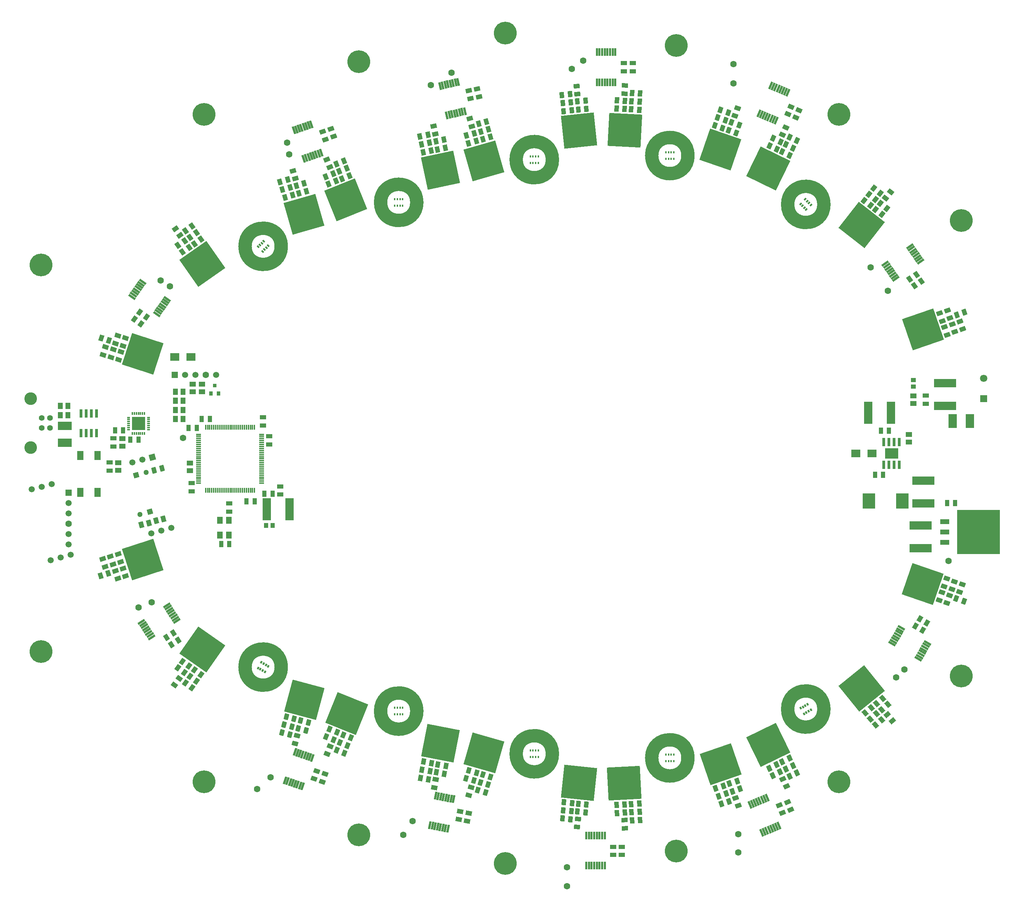
<source format=gts>
G04*
G04 #@! TF.GenerationSoftware,Altium Limited,Altium Designer,22.7.1 (60)*
G04*
G04 Layer_Color=8388736*
%FSLAX43Y43*%
%MOMM*%
G71*
G04*
G04 #@! TF.SameCoordinates,26706279-76B3-4EFB-AC1E-C542CE9A8173*
G04*
G04*
G04 #@! TF.FilePolarity,Negative*
G04*
G01*
G75*
%ADD16C,3.300*%
%ADD17R,0.800X0.450*%
%ADD18R,0.700X0.350*%
%ADD19R,0.350X0.700*%
%ADD20R,3.250X3.250*%
%ADD21R,2.300X1.900*%
%ADD22R,1.500X1.150*%
%ADD23R,1.500X1.100*%
%ADD24R,1.500X2.200*%
%ADD25R,0.900X1.000*%
%ADD26R,0.900X0.900*%
%ADD27R,1.100X1.500*%
%ADD28R,1.350X1.700*%
%ADD29R,2.100X5.500*%
%ADD30R,1.100X1.200*%
G04:AMPARAMS|DCode=31|XSize=1.5mm|YSize=1.15mm|CornerRadius=0mm|HoleSize=0mm|Usage=FLASHONLY|Rotation=285.000|XOffset=0mm|YOffset=0mm|HoleType=Round|Shape=Rectangle|*
%AMROTATEDRECTD31*
4,1,4,-0.750,0.576,0.361,0.873,0.750,-0.576,-0.361,-0.873,-0.750,0.576,0.0*
%
%ADD31ROTATEDRECTD31*%

G04:AMPARAMS|DCode=32|XSize=1.1mm|YSize=1.5mm|CornerRadius=0mm|HoleSize=0mm|Usage=FLASHONLY|Rotation=195.000|XOffset=0mm|YOffset=0mm|HoleType=Round|Shape=Rectangle|*
%AMROTATEDRECTD32*
4,1,4,0.337,0.867,0.725,-0.582,-0.337,-0.867,-0.725,0.582,0.337,0.867,0.0*
%
%ADD32ROTATEDRECTD32*%

%ADD33R,1.150X1.500*%
%ADD34R,0.700X2.000*%
%ADD35R,3.500X2.050*%
%ADD36R,1.300X0.400*%
%ADD37R,0.400X1.300*%
G04:AMPARAMS|DCode=38|XSize=1.1mm|YSize=1.5mm|CornerRadius=0mm|HoleSize=0mm|Usage=FLASHONLY|Rotation=215.000|XOffset=0mm|YOffset=0mm|HoleType=Round|Shape=Rectangle|*
%AMROTATEDRECTD38*
4,1,4,0.020,0.930,0.881,-0.299,-0.020,-0.930,-0.881,0.299,0.020,0.930,0.0*
%
%ADD38ROTATEDRECTD38*%

G04:AMPARAMS|DCode=39|XSize=1.1mm|YSize=1.5mm|CornerRadius=0mm|HoleSize=0mm|Usage=FLASHONLY|Rotation=19.000|XOffset=0mm|YOffset=0mm|HoleType=Round|Shape=Rectangle|*
%AMROTATEDRECTD39*
4,1,4,-0.276,-0.888,-0.764,0.530,0.276,0.888,0.764,-0.530,-0.276,-0.888,0.0*
%
%ADD39ROTATEDRECTD39*%

G04:AMPARAMS|DCode=40|XSize=1.1mm|YSize=1.5mm|CornerRadius=0mm|HoleSize=0mm|Usage=FLASHONLY|Rotation=109.000|XOffset=0mm|YOffset=0mm|HoleType=Round|Shape=Rectangle|*
%AMROTATEDRECTD40*
4,1,4,0.888,-0.276,-0.530,-0.764,-0.888,0.276,0.530,0.764,0.888,-0.276,0.0*
%
%ADD40ROTATEDRECTD40*%

G04:AMPARAMS|DCode=41|XSize=1.1mm|YSize=1.5mm|CornerRadius=0mm|HoleSize=0mm|Usage=FLASHONLY|Rotation=290.000|XOffset=0mm|YOffset=0mm|HoleType=Round|Shape=Rectangle|*
%AMROTATEDRECTD41*
4,1,4,-0.893,0.260,0.517,0.773,0.893,-0.260,-0.517,-0.773,-0.893,0.260,0.0*
%
%ADD41ROTATEDRECTD41*%

G04:AMPARAMS|DCode=42|XSize=1.1mm|YSize=1.5mm|CornerRadius=0mm|HoleSize=0mm|Usage=FLASHONLY|Rotation=232.000|XOffset=0mm|YOffset=0mm|HoleType=Round|Shape=Rectangle|*
%AMROTATEDRECTD42*
4,1,4,-0.252,0.895,0.930,-0.028,0.252,-0.895,-0.930,0.028,-0.252,0.895,0.0*
%
%ADD42ROTATEDRECTD42*%

G04:AMPARAMS|DCode=43|XSize=1.1mm|YSize=1.5mm|CornerRadius=0mm|HoleSize=0mm|Usage=FLASHONLY|Rotation=322.000|XOffset=0mm|YOffset=0mm|HoleType=Round|Shape=Rectangle|*
%AMROTATEDRECTD43*
4,1,4,-0.895,-0.252,0.028,0.930,0.895,0.252,-0.028,-0.930,-0.895,-0.252,0.0*
%
%ADD43ROTATEDRECTD43*%

G04:AMPARAMS|DCode=44|XSize=1.1mm|YSize=1.5mm|CornerRadius=0mm|HoleSize=0mm|Usage=FLASHONLY|Rotation=330.000|XOffset=0mm|YOffset=0mm|HoleType=Round|Shape=Rectangle|*
%AMROTATEDRECTD44*
4,1,4,-0.851,-0.375,-0.101,0.925,0.851,0.375,0.101,-0.925,-0.851,-0.375,0.0*
%
%ADD44ROTATEDRECTD44*%

G04:AMPARAMS|DCode=45|XSize=1.1mm|YSize=1.5mm|CornerRadius=0mm|HoleSize=0mm|Usage=FLASHONLY|Rotation=160.000|XOffset=0mm|YOffset=0mm|HoleType=Round|Shape=Rectangle|*
%AMROTATEDRECTD45*
4,1,4,0.773,0.517,0.260,-0.893,-0.773,-0.517,-0.260,0.893,0.773,0.517,0.0*
%
%ADD45ROTATEDRECTD45*%

G04:AMPARAMS|DCode=46|XSize=1.1mm|YSize=1.5mm|CornerRadius=0mm|HoleSize=0mm|Usage=FLASHONLY|Rotation=71.000|XOffset=0mm|YOffset=0mm|HoleType=Round|Shape=Rectangle|*
%AMROTATEDRECTD46*
4,1,4,0.530,-0.764,-0.888,-0.276,-0.530,0.764,0.888,0.276,0.530,-0.764,0.0*
%
%ADD46ROTATEDRECTD46*%

G04:AMPARAMS|DCode=47|XSize=1.1mm|YSize=1.5mm|CornerRadius=0mm|HoleSize=0mm|Usage=FLASHONLY|Rotation=310.000|XOffset=0mm|YOffset=0mm|HoleType=Round|Shape=Rectangle|*
%AMROTATEDRECTD47*
4,1,4,-0.928,-0.061,0.221,0.903,0.928,0.061,-0.221,-0.903,-0.928,-0.061,0.0*
%
%ADD47ROTATEDRECTD47*%

G04:AMPARAMS|DCode=48|XSize=1.1mm|YSize=1.5mm|CornerRadius=0mm|HoleSize=0mm|Usage=FLASHONLY|Rotation=40.000|XOffset=0mm|YOffset=0mm|HoleType=Round|Shape=Rectangle|*
%AMROTATEDRECTD48*
4,1,4,0.061,-0.928,-0.903,0.221,-0.061,0.928,0.903,-0.221,0.061,-0.928,0.0*
%
%ADD48ROTATEDRECTD48*%

G04:AMPARAMS|DCode=49|XSize=1.1mm|YSize=1.5mm|CornerRadius=0mm|HoleSize=0mm|Usage=FLASHONLY|Rotation=112.000|XOffset=0mm|YOffset=0mm|HoleType=Round|Shape=Rectangle|*
%AMROTATEDRECTD49*
4,1,4,0.901,-0.229,-0.489,-0.791,-0.901,0.229,0.489,0.791,0.901,-0.229,0.0*
%
%ADD49ROTATEDRECTD49*%

G04:AMPARAMS|DCode=50|XSize=1.1mm|YSize=1.5mm|CornerRadius=0mm|HoleSize=0mm|Usage=FLASHONLY|Rotation=113.000|XOffset=0mm|YOffset=0mm|HoleType=Round|Shape=Rectangle|*
%AMROTATEDRECTD50*
4,1,4,0.905,-0.213,-0.475,-0.799,-0.905,0.213,0.475,0.799,0.905,-0.213,0.0*
%
%ADD50ROTATEDRECTD50*%

G04:AMPARAMS|DCode=51|XSize=1.1mm|YSize=1.5mm|CornerRadius=0mm|HoleSize=0mm|Usage=FLASHONLY|Rotation=116.000|XOffset=0mm|YOffset=0mm|HoleType=Round|Shape=Rectangle|*
%AMROTATEDRECTD51*
4,1,4,0.915,-0.166,-0.433,-0.823,-0.915,0.166,0.433,0.823,0.915,-0.166,0.0*
%
%ADD51ROTATEDRECTD51*%

G04:AMPARAMS|DCode=52|XSize=1.1mm|YSize=1.5mm|CornerRadius=0mm|HoleSize=0mm|Usage=FLASHONLY|Rotation=26.000|XOffset=0mm|YOffset=0mm|HoleType=Round|Shape=Rectangle|*
%AMROTATEDRECTD52*
4,1,4,-0.166,-0.915,-0.823,0.433,0.166,0.915,0.823,-0.433,-0.166,-0.915,0.0*
%
%ADD52ROTATEDRECTD52*%

G04:AMPARAMS|DCode=53|XSize=1.1mm|YSize=1.5mm|CornerRadius=0mm|HoleSize=0mm|Usage=FLASHONLY|Rotation=93.000|XOffset=0mm|YOffset=0mm|HoleType=Round|Shape=Rectangle|*
%AMROTATEDRECTD53*
4,1,4,0.778,-0.510,-0.720,-0.589,-0.778,0.510,0.720,0.589,0.778,-0.510,0.0*
%
%ADD53ROTATEDRECTD53*%

G04:AMPARAMS|DCode=54|XSize=1.1mm|YSize=1.5mm|CornerRadius=0mm|HoleSize=0mm|Usage=FLASHONLY|Rotation=3.000|XOffset=0mm|YOffset=0mm|HoleType=Round|Shape=Rectangle|*
%AMROTATEDRECTD54*
4,1,4,-0.510,-0.778,-0.589,0.720,0.510,0.778,0.589,-0.720,-0.510,-0.778,0.0*
%
%ADD54ROTATEDRECTD54*%

G04:AMPARAMS|DCode=55|XSize=1.1mm|YSize=1.5mm|CornerRadius=0mm|HoleSize=0mm|Usage=FLASHONLY|Rotation=264.000|XOffset=0mm|YOffset=0mm|HoleType=Round|Shape=Rectangle|*
%AMROTATEDRECTD55*
4,1,4,-0.688,0.625,0.803,0.469,0.688,-0.625,-0.803,-0.469,-0.688,0.625,0.0*
%
%ADD55ROTATEDRECTD55*%

G04:AMPARAMS|DCode=56|XSize=1.1mm|YSize=1.5mm|CornerRadius=0mm|HoleSize=0mm|Usage=FLASHONLY|Rotation=354.000|XOffset=0mm|YOffset=0mm|HoleType=Round|Shape=Rectangle|*
%AMROTATEDRECTD56*
4,1,4,-0.625,-0.688,-0.469,0.803,0.625,0.688,0.469,-0.803,-0.625,-0.688,0.0*
%
%ADD56ROTATEDRECTD56*%

G04:AMPARAMS|DCode=57|XSize=1.1mm|YSize=1.5mm|CornerRadius=0mm|HoleSize=0mm|Usage=FLASHONLY|Rotation=213.000|XOffset=0mm|YOffset=0mm|HoleType=Round|Shape=Rectangle|*
%AMROTATEDRECTD57*
4,1,4,0.053,0.929,0.870,-0.329,-0.053,-0.929,-0.870,0.329,0.053,0.929,0.0*
%
%ADD57ROTATEDRECTD57*%

G04:AMPARAMS|DCode=58|XSize=1.1mm|YSize=1.5mm|CornerRadius=0mm|HoleSize=0mm|Usage=FLASHONLY|Rotation=145.000|XOffset=0mm|YOffset=0mm|HoleType=Round|Shape=Rectangle|*
%AMROTATEDRECTD58*
4,1,4,0.881,0.299,0.020,-0.930,-0.881,-0.299,-0.020,0.930,0.881,0.299,0.0*
%
%ADD58ROTATEDRECTD58*%

G04:AMPARAMS|DCode=59|XSize=1.1mm|YSize=1.5mm|CornerRadius=0mm|HoleSize=0mm|Usage=FLASHONLY|Rotation=54.000|XOffset=0mm|YOffset=0mm|HoleType=Round|Shape=Rectangle|*
%AMROTATEDRECTD59*
4,1,4,0.283,-0.886,-0.930,-0.004,-0.283,0.886,0.930,0.004,0.283,-0.886,0.0*
%
%ADD59ROTATEDRECTD59*%

G04:AMPARAMS|DCode=60|XSize=1.1mm|YSize=1.5mm|CornerRadius=0mm|HoleSize=0mm|Usage=FLASHONLY|Rotation=197.000|XOffset=0mm|YOffset=0mm|HoleType=Round|Shape=Rectangle|*
%AMROTATEDRECTD60*
4,1,4,0.307,0.878,0.745,-0.556,-0.307,-0.878,-0.745,0.556,0.307,0.878,0.0*
%
%ADD60ROTATEDRECTD60*%

G04:AMPARAMS|DCode=61|XSize=1.1mm|YSize=1.5mm|CornerRadius=0mm|HoleSize=0mm|Usage=FLASHONLY|Rotation=108.000|XOffset=0mm|YOffset=0mm|HoleType=Round|Shape=Rectangle|*
%AMROTATEDRECTD61*
4,1,4,0.883,-0.291,-0.543,-0.755,-0.883,0.291,0.543,0.755,0.883,-0.291,0.0*
%
%ADD61ROTATEDRECTD61*%

%ADD62R,2.260X1.170*%
%ADD63R,10.510X10.900*%
%ADD64R,5.500X2.100*%
%ADD65R,3.100X3.700*%
%ADD66R,3.200X2.510*%
%ADD67R,0.710X2.010*%
%ADD68R,1.200X1.100*%
%ADD69R,2.050X3.500*%
%ADD70P,11.455X4X333.0*%
%ADD71P,11.455X4X370.0*%
%ADD72P,11.455X4X390.0*%
%ADD73P,11.455X4X293.0*%
G04:AMPARAMS|DCode=74|XSize=0.45mm|YSize=0.6mm|CornerRadius=0mm|HoleSize=0mm|Usage=FLASHONLY|Rotation=150.000|XOffset=0mm|YOffset=0mm|HoleType=Round|Shape=Rectangle|*
%AMROTATEDRECTD74*
4,1,4,0.345,0.147,0.045,-0.372,-0.345,-0.147,-0.045,0.372,0.345,0.147,0.0*
%
%ADD74ROTATEDRECTD74*%

%ADD75R,0.450X0.600*%
G04:AMPARAMS|DCode=76|XSize=0.45mm|YSize=0.6mm|CornerRadius=0mm|HoleSize=0mm|Usage=FLASHONLY|Rotation=210.000|XOffset=0mm|YOffset=0mm|HoleType=Round|Shape=Rectangle|*
%AMROTATEDRECTD76*
4,1,4,0.045,0.372,0.345,-0.147,-0.045,-0.372,-0.345,0.147,0.045,0.372,0.0*
%
%ADD76ROTATEDRECTD76*%

%ADD77P,11.455X4X394.0*%
%ADD78P,11.455X4X299.0*%
%ADD79P,11.455X4X219.0*%
%ADD80P,11.455X4X318.0*%
%ADD81P,11.455X4X244.0*%
%ADD82P,11.455X4X251.0*%
%ADD83P,11.455X4X354.0*%
%ADD84P,11.455X4X296.0*%
%ADD85P,11.455X4X277.0*%
G04:AMPARAMS|DCode=86|XSize=0.45mm|YSize=0.6mm|CornerRadius=0mm|HoleSize=0mm|Usage=FLASHONLY|Rotation=315.000|XOffset=0mm|YOffset=0mm|HoleType=Round|Shape=Rectangle|*
%AMROTATEDRECTD86*
4,1,4,-0.371,-0.053,0.053,0.371,0.371,0.053,-0.053,-0.371,-0.371,-0.053,0.0*
%
%ADD86ROTATEDRECTD86*%

%ADD87P,11.455X4X289.0*%
%ADD88P,11.455X4X222.0*%
%ADD89P,11.455X4X231.0*%
%ADD90P,11.455X4X241.0*%
%ADD91P,11.455X4X237.0*%
%ADD92P,11.455X4X247.0*%
G04:AMPARAMS|DCode=93|XSize=0.45mm|YSize=0.6mm|CornerRadius=0mm|HoleSize=0mm|Usage=FLASHONLY|Rotation=45.000|XOffset=0mm|YOffset=0mm|HoleType=Round|Shape=Rectangle|*
%AMROTATEDRECTD93*
4,1,4,0.053,-0.371,-0.371,0.053,-0.053,0.371,0.371,-0.053,0.053,-0.371,0.0*
%
%ADD93ROTATEDRECTD93*%

%ADD94P,11.455X4X260.0*%
%ADD95P,11.455X4X297.0*%
G04:AMPARAMS|DCode=96|XSize=1.1mm|YSize=1.5mm|CornerRadius=0mm|HoleSize=0mm|Usage=FLASHONLY|Rotation=165.000|XOffset=0mm|YOffset=0mm|HoleType=Round|Shape=Rectangle|*
%AMROTATEDRECTD96*
4,1,4,0.725,0.582,0.337,-0.867,-0.725,-0.582,-0.337,0.867,0.725,0.582,0.0*
%
%ADD96ROTATEDRECTD96*%

G04:AMPARAMS|DCode=97|XSize=1.1mm|YSize=1.5mm|CornerRadius=0mm|HoleSize=0mm|Usage=FLASHONLY|Rotation=255.000|XOffset=0mm|YOffset=0mm|HoleType=Round|Shape=Rectangle|*
%AMROTATEDRECTD97*
4,1,4,-0.582,0.725,0.867,0.337,0.582,-0.725,-0.867,-0.337,-0.582,0.725,0.0*
%
%ADD97ROTATEDRECTD97*%

G04:AMPARAMS|DCode=98|XSize=1.1mm|YSize=1.5mm|CornerRadius=0mm|HoleSize=0mm|Usage=FLASHONLY|Rotation=158.000|XOffset=0mm|YOffset=0mm|HoleType=Round|Shape=Rectangle|*
%AMROTATEDRECTD98*
4,1,4,0.791,0.489,0.229,-0.901,-0.791,-0.489,-0.229,0.901,0.791,0.489,0.0*
%
%ADD98ROTATEDRECTD98*%

G04:AMPARAMS|DCode=99|XSize=1.1mm|YSize=1.5mm|CornerRadius=0mm|HoleSize=0mm|Usage=FLASHONLY|Rotation=68.000|XOffset=0mm|YOffset=0mm|HoleType=Round|Shape=Rectangle|*
%AMROTATEDRECTD99*
4,1,4,0.489,-0.791,-0.901,-0.229,-0.489,0.791,0.901,0.229,0.489,-0.791,0.0*
%
%ADD99ROTATEDRECTD99*%

G04:AMPARAMS|DCode=100|XSize=1.1mm|YSize=1.5mm|CornerRadius=0mm|HoleSize=0mm|Usage=FLASHONLY|Rotation=169.000|XOffset=0mm|YOffset=0mm|HoleType=Round|Shape=Rectangle|*
%AMROTATEDRECTD100*
4,1,4,0.683,0.631,0.397,-0.841,-0.683,-0.631,-0.397,0.841,0.683,0.631,0.0*
%
%ADD100ROTATEDRECTD100*%

G04:AMPARAMS|DCode=101|XSize=1.1mm|YSize=1.5mm|CornerRadius=0mm|HoleSize=0mm|Usage=FLASHONLY|Rotation=259.000|XOffset=0mm|YOffset=0mm|HoleType=Round|Shape=Rectangle|*
%AMROTATEDRECTD101*
4,1,4,-0.631,0.683,0.841,0.397,0.631,-0.683,-0.841,-0.397,-0.631,0.683,0.0*
%
%ADD101ROTATEDRECTD101*%

G04:AMPARAMS|DCode=102|XSize=1.1mm|YSize=1.5mm|CornerRadius=0mm|HoleSize=0mm|Usage=FLASHONLY|Rotation=163.000|XOffset=0mm|YOffset=0mm|HoleType=Round|Shape=Rectangle|*
%AMROTATEDRECTD102*
4,1,4,0.745,0.556,0.307,-0.878,-0.745,-0.556,-0.307,0.878,0.745,0.556,0.0*
%
%ADD102ROTATEDRECTD102*%

G04:AMPARAMS|DCode=103|XSize=1.1mm|YSize=1.5mm|CornerRadius=0mm|HoleSize=0mm|Usage=FLASHONLY|Rotation=344.000|XOffset=0mm|YOffset=0mm|HoleType=Round|Shape=Rectangle|*
%AMROTATEDRECTD103*
4,1,4,-0.735,-0.569,-0.322,0.873,0.735,0.569,0.322,-0.873,-0.735,-0.569,0.0*
%
%ADD103ROTATEDRECTD103*%

G04:AMPARAMS|DCode=104|XSize=1.1mm|YSize=1.5mm|CornerRadius=0mm|HoleSize=0mm|Usage=FLASHONLY|Rotation=74.000|XOffset=0mm|YOffset=0mm|HoleType=Round|Shape=Rectangle|*
%AMROTATEDRECTD104*
4,1,4,0.569,-0.735,-0.873,-0.322,-0.569,0.735,0.873,0.322,0.569,-0.735,0.0*
%
%ADD104ROTATEDRECTD104*%

G04:AMPARAMS|DCode=105|XSize=1.1mm|YSize=1.5mm|CornerRadius=0mm|HoleSize=0mm|Usage=FLASHONLY|Rotation=334.000|XOffset=0mm|YOffset=0mm|HoleType=Round|Shape=Rectangle|*
%AMROTATEDRECTD105*
4,1,4,-0.823,-0.433,-0.166,0.915,0.823,0.433,0.166,-0.915,-0.823,-0.433,0.0*
%
%ADD105ROTATEDRECTD105*%

G04:AMPARAMS|DCode=106|XSize=1.1mm|YSize=1.5mm|CornerRadius=0mm|HoleSize=0mm|Usage=FLASHONLY|Rotation=64.000|XOffset=0mm|YOffset=0mm|HoleType=Round|Shape=Rectangle|*
%AMROTATEDRECTD106*
4,1,4,0.433,-0.823,-0.915,-0.166,-0.433,0.823,0.915,0.166,0.433,-0.823,0.0*
%
%ADD106ROTATEDRECTD106*%

G04:AMPARAMS|DCode=107|XSize=1.1mm|YSize=1.5mm|CornerRadius=0mm|HoleSize=0mm|Usage=FLASHONLY|Rotation=341.000|XOffset=0mm|YOffset=0mm|HoleType=Round|Shape=Rectangle|*
%AMROTATEDRECTD107*
4,1,4,-0.764,-0.530,-0.276,0.888,0.764,0.530,0.276,-0.888,-0.764,-0.530,0.0*
%
%ADD107ROTATEDRECTD107*%

G04:AMPARAMS|DCode=108|XSize=1.1mm|YSize=1.5mm|CornerRadius=0mm|HoleSize=0mm|Usage=FLASHONLY|Rotation=247.000|XOffset=0mm|YOffset=0mm|HoleType=Round|Shape=Rectangle|*
%AMROTATEDRECTD108*
4,1,4,-0.475,0.799,0.905,0.213,0.475,-0.799,-0.905,-0.213,-0.475,0.799,0.0*
%
%ADD108ROTATEDRECTD108*%

G04:AMPARAMS|DCode=109|XSize=1.1mm|YSize=1.5mm|CornerRadius=0mm|HoleSize=0mm|Usage=FLASHONLY|Rotation=6.000|XOffset=0mm|YOffset=0mm|HoleType=Round|Shape=Rectangle|*
%AMROTATEDRECTD109*
4,1,4,-0.469,-0.803,-0.625,0.688,0.469,0.803,0.625,-0.688,-0.469,-0.803,0.0*
%
%ADD109ROTATEDRECTD109*%

G04:AMPARAMS|DCode=110|XSize=1.1mm|YSize=1.5mm|CornerRadius=0mm|HoleSize=0mm|Usage=FLASHONLY|Rotation=276.000|XOffset=0mm|YOffset=0mm|HoleType=Round|Shape=Rectangle|*
%AMROTATEDRECTD110*
4,1,4,-0.803,0.469,0.688,0.625,0.803,-0.469,-0.688,-0.625,-0.803,0.469,0.0*
%
%ADD110ROTATEDRECTD110*%

G04:AMPARAMS|DCode=111|XSize=1.1mm|YSize=1.5mm|CornerRadius=0mm|HoleSize=0mm|Usage=FLASHONLY|Rotation=357.000|XOffset=0mm|YOffset=0mm|HoleType=Round|Shape=Rectangle|*
%AMROTATEDRECTD111*
4,1,4,-0.589,-0.720,-0.510,0.778,0.589,0.720,0.510,-0.778,-0.589,-0.720,0.0*
%
%ADD111ROTATEDRECTD111*%

G04:AMPARAMS|DCode=112|XSize=1.1mm|YSize=1.5mm|CornerRadius=0mm|HoleSize=0mm|Usage=FLASHONLY|Rotation=87.000|XOffset=0mm|YOffset=0mm|HoleType=Round|Shape=Rectangle|*
%AMROTATEDRECTD112*
4,1,4,0.720,-0.589,-0.778,-0.510,-0.720,0.589,0.778,0.510,0.720,-0.589,0.0*
%
%ADD112ROTATEDRECTD112*%

G04:AMPARAMS|DCode=113|XSize=1.1mm|YSize=1.5mm|CornerRadius=0mm|HoleSize=0mm|Usage=FLASHONLY|Rotation=16.000|XOffset=0mm|YOffset=0mm|HoleType=Round|Shape=Rectangle|*
%AMROTATEDRECTD113*
4,1,4,-0.322,-0.873,-0.735,0.569,0.322,0.873,0.735,-0.569,-0.322,-0.873,0.0*
%
%ADD113ROTATEDRECTD113*%

G04:AMPARAMS|DCode=114|XSize=1.1mm|YSize=1.5mm|CornerRadius=0mm|HoleSize=0mm|Usage=FLASHONLY|Rotation=106.000|XOffset=0mm|YOffset=0mm|HoleType=Round|Shape=Rectangle|*
%AMROTATEDRECTD114*
4,1,4,0.873,-0.322,-0.569,-0.735,-0.873,0.322,0.569,0.735,0.873,-0.322,0.0*
%
%ADD114ROTATEDRECTD114*%

G04:AMPARAMS|DCode=115|XSize=1.1mm|YSize=1.5mm|CornerRadius=0mm|HoleSize=0mm|Usage=FLASHONLY|Rotation=12.000|XOffset=0mm|YOffset=0mm|HoleType=Round|Shape=Rectangle|*
%AMROTATEDRECTD115*
4,1,4,-0.382,-0.848,-0.694,0.619,0.382,0.848,0.694,-0.619,-0.382,-0.848,0.0*
%
%ADD115ROTATEDRECTD115*%

G04:AMPARAMS|DCode=116|XSize=1.1mm|YSize=1.5mm|CornerRadius=0mm|HoleSize=0mm|Usage=FLASHONLY|Rotation=282.000|XOffset=0mm|YOffset=0mm|HoleType=Round|Shape=Rectangle|*
%AMROTATEDRECTD116*
4,1,4,-0.848,0.382,0.619,0.694,0.848,-0.382,-0.619,-0.694,-0.848,0.382,0.0*
%
%ADD116ROTATEDRECTD116*%

G04:AMPARAMS|DCode=117|XSize=1.1mm|YSize=1.5mm|CornerRadius=0mm|HoleSize=0mm|Usage=FLASHONLY|Rotation=283.000|XOffset=0mm|YOffset=0mm|HoleType=Round|Shape=Rectangle|*
%AMROTATEDRECTD117*
4,1,4,-0.855,0.367,0.607,0.705,0.855,-0.367,-0.607,-0.705,-0.855,0.367,0.0*
%
%ADD117ROTATEDRECTD117*%

G04:AMPARAMS|DCode=118|XSize=1.1mm|YSize=1.5mm|CornerRadius=0mm|HoleSize=0mm|Usage=FLASHONLY|Rotation=22.000|XOffset=0mm|YOffset=0mm|HoleType=Round|Shape=Rectangle|*
%AMROTATEDRECTD118*
4,1,4,-0.229,-0.901,-0.791,0.489,0.229,0.901,0.791,-0.489,-0.229,-0.901,0.0*
%
%ADD118ROTATEDRECTD118*%

G04:AMPARAMS|DCode=119|XSize=1.1mm|YSize=1.5mm|CornerRadius=0mm|HoleSize=0mm|Usage=FLASHONLY|Rotation=125.000|XOffset=0mm|YOffset=0mm|HoleType=Round|Shape=Rectangle|*
%AMROTATEDRECTD119*
4,1,4,0.930,-0.020,-0.299,-0.881,-0.930,0.020,0.299,0.881,0.930,-0.020,0.0*
%
%ADD119ROTATEDRECTD119*%

G04:AMPARAMS|DCode=120|XSize=1.1mm|YSize=1.5mm|CornerRadius=0mm|HoleSize=0mm|Usage=FLASHONLY|Rotation=72.000|XOffset=0mm|YOffset=0mm|HoleType=Round|Shape=Rectangle|*
%AMROTATEDRECTD120*
4,1,4,0.543,-0.755,-0.883,-0.291,-0.543,0.755,0.883,0.291,0.543,-0.755,0.0*
%
%ADD120ROTATEDRECTD120*%

G04:AMPARAMS|DCode=121|XSize=1.1mm|YSize=1.5mm|CornerRadius=0mm|HoleSize=0mm|Usage=FLASHONLY|Rotation=342.000|XOffset=0mm|YOffset=0mm|HoleType=Round|Shape=Rectangle|*
%AMROTATEDRECTD121*
4,1,4,-0.755,-0.543,-0.291,0.883,0.755,0.543,0.291,-0.883,-0.755,-0.543,0.0*
%
%ADD121ROTATEDRECTD121*%

G04:AMPARAMS|DCode=122|XSize=1.1mm|YSize=1.5mm|CornerRadius=0mm|HoleSize=0mm|Usage=FLASHONLY|Rotation=144.000|XOffset=0mm|YOffset=0mm|HoleType=Round|Shape=Rectangle|*
%AMROTATEDRECTD122*
4,1,4,0.886,0.283,0.004,-0.930,-0.886,-0.283,-0.004,0.930,0.886,0.283,0.0*
%
%ADD122ROTATEDRECTD122*%

G04:AMPARAMS|DCode=123|XSize=1.9mm|YSize=0.55mm|CornerRadius=0mm|HoleSize=0mm|Usage=FLASHONLY|Rotation=33.000|XOffset=0mm|YOffset=0mm|HoleType=Round|Shape=Rectangle|*
%AMROTATEDRECTD123*
4,1,4,-0.647,-0.748,-0.947,-0.287,0.647,0.748,0.947,0.287,-0.647,-0.748,0.0*
%
%ADD123ROTATEDRECTD123*%

%ADD124R,0.550X1.900*%
G04:AMPARAMS|DCode=125|XSize=1.9mm|YSize=0.55mm|CornerRadius=0mm|HoleSize=0mm|Usage=FLASHONLY|Rotation=251.000|XOffset=0mm|YOffset=0mm|HoleType=Round|Shape=Rectangle|*
%AMROTATEDRECTD125*
4,1,4,0.049,0.988,0.569,0.809,-0.049,-0.988,-0.569,-0.809,0.049,0.988,0.0*
%
%ADD125ROTATEDRECTD125*%

G04:AMPARAMS|DCode=126|XSize=1.9mm|YSize=0.55mm|CornerRadius=0mm|HoleSize=0mm|Usage=FLASHONLY|Rotation=293.000|XOffset=0mm|YOffset=0mm|HoleType=Round|Shape=Rectangle|*
%AMROTATEDRECTD126*
4,1,4,-0.624,0.767,-0.118,0.982,0.624,-0.767,0.118,-0.982,-0.624,0.767,0.0*
%
%ADD126ROTATEDRECTD126*%

G04:AMPARAMS|DCode=127|XSize=1.9mm|YSize=0.55mm|CornerRadius=0mm|HoleSize=0mm|Usage=FLASHONLY|Rotation=150.000|XOffset=0mm|YOffset=0mm|HoleType=Round|Shape=Rectangle|*
%AMROTATEDRECTD127*
4,1,4,0.960,-0.237,0.685,-0.713,-0.960,0.237,-0.685,0.713,0.960,-0.237,0.0*
%
%ADD127ROTATEDRECTD127*%

G04:AMPARAMS|DCode=128|XSize=1.9mm|YSize=0.55mm|CornerRadius=0mm|HoleSize=0mm|Usage=FLASHONLY|Rotation=215.000|XOffset=0mm|YOffset=0mm|HoleType=Round|Shape=Rectangle|*
%AMROTATEDRECTD128*
4,1,4,0.620,0.770,0.936,0.320,-0.620,-0.770,-0.936,-0.320,0.620,0.770,0.0*
%
%ADD128ROTATEDRECTD128*%

G04:AMPARAMS|DCode=129|XSize=1.9mm|YSize=0.55mm|CornerRadius=0mm|HoleSize=0mm|Usage=FLASHONLY|Rotation=103.000|XOffset=0mm|YOffset=0mm|HoleType=Round|Shape=Rectangle|*
%AMROTATEDRECTD129*
4,1,4,0.482,-0.864,-0.054,-0.988,-0.482,0.864,0.054,0.988,0.482,-0.864,0.0*
%
%ADD129ROTATEDRECTD129*%

G04:AMPARAMS|DCode=130|XSize=1.9mm|YSize=0.55mm|CornerRadius=0mm|HoleSize=0mm|Usage=FLASHONLY|Rotation=67.000|XOffset=0mm|YOffset=0mm|HoleType=Round|Shape=Rectangle|*
%AMROTATEDRECTD130*
4,1,4,-0.118,-0.982,-0.624,-0.767,0.118,0.982,0.624,0.767,-0.118,-0.982,0.0*
%
%ADD130ROTATEDRECTD130*%

G04:AMPARAMS|DCode=131|XSize=1.9mm|YSize=0.55mm|CornerRadius=0mm|HoleSize=0mm|Usage=FLASHONLY|Rotation=109.000|XOffset=0mm|YOffset=0mm|HoleType=Round|Shape=Rectangle|*
%AMROTATEDRECTD131*
4,1,4,0.569,-0.809,0.049,-0.988,-0.569,0.809,-0.049,0.988,0.569,-0.809,0.0*
%
%ADD131ROTATEDRECTD131*%

G04:AMPARAMS|DCode=132|XSize=1.9mm|YSize=0.55mm|CornerRadius=0mm|HoleSize=0mm|Usage=FLASHONLY|Rotation=325.000|XOffset=0mm|YOffset=0mm|HoleType=Round|Shape=Rectangle|*
%AMROTATEDRECTD132*
4,1,4,-0.936,0.320,-0.620,0.770,0.936,-0.320,0.620,-0.770,-0.936,0.320,0.0*
%
%ADD132ROTATEDRECTD132*%

G04:AMPARAMS|DCode=133|XSize=1.9mm|YSize=0.55mm|CornerRadius=0mm|HoleSize=0mm|Usage=FLASHONLY|Rotation=259.000|XOffset=0mm|YOffset=0mm|HoleType=Round|Shape=Rectangle|*
%AMROTATEDRECTD133*
4,1,4,-0.089,0.985,0.451,0.880,0.089,-0.985,-0.451,-0.880,-0.089,0.985,0.0*
%
%ADD133ROTATEDRECTD133*%

%ADD134C,1.500*%
%ADD135R,1.500X1.500*%
%ADD136C,1.603*%
%ADD137R,1.500X1.500*%
%ADD138C,1.300*%
%ADD139P,1.838X4X240.0*%
%ADD140C,1.600*%
%ADD141C,3.100*%
%ADD142C,1.400*%
%ADD143P,2.121X4X240.0*%
%ADD144C,5.600*%
%ADD145R,1.800X1.800*%
%ADD146C,1.800*%
D16*
X361450Y486300D02*
G03*
X361450Y486300I-4450J0D01*
G01*
X394750Y475500D02*
G03*
X394750Y475500I-4450J0D01*
G01*
X428050Y465000D02*
G03*
X428050Y465000I-4450J0D01*
G01*
X461354Y464000D02*
G03*
X461354Y464000I-4450J0D01*
G01*
X494750Y476000D02*
G03*
X494750Y476000I-4450J0D01*
G01*
Y600000D02*
G03*
X494750Y600000I-4450J0D01*
G01*
X461354Y612000D02*
G03*
X461354Y612000I-4450J0D01*
G01*
X428050Y611000D02*
G03*
X428050Y611000I-4450J0D01*
G01*
X394750Y600500D02*
G03*
X394750Y600500I-4450J0D01*
G01*
X361450Y589700D02*
G03*
X361450Y589700I-4450J0D01*
G01*
D17*
X323908Y547651D02*
D03*
D18*
Y547151D02*
D03*
Y546651D02*
D03*
Y546151D02*
D03*
Y545651D02*
D03*
Y545151D02*
D03*
Y544651D02*
D03*
X328809D02*
D03*
Y545151D02*
D03*
Y545651D02*
D03*
Y546151D02*
D03*
Y546651D02*
D03*
Y547151D02*
D03*
Y547651D02*
D03*
D19*
X324858Y543701D02*
D03*
X325358D02*
D03*
X325858D02*
D03*
X326358D02*
D03*
X326858D02*
D03*
X327358D02*
D03*
X327858D02*
D03*
Y548600D02*
D03*
X327358D02*
D03*
X326858D02*
D03*
X326358D02*
D03*
X325858D02*
D03*
X325358D02*
D03*
X324858D02*
D03*
D20*
X326358Y546151D02*
D03*
D21*
X339300Y562500D02*
D03*
X335300D02*
D03*
X502600Y538800D02*
D03*
X506600D02*
D03*
D22*
X321400Y536525D02*
D03*
Y534675D02*
D03*
X342000Y553975D02*
D03*
Y555825D02*
D03*
X339700Y553975D02*
D03*
Y555825D02*
D03*
X339000Y534575D02*
D03*
Y536425D02*
D03*
X322400Y542425D02*
D03*
X322400Y540575D02*
D03*
X515650Y543425D02*
D03*
Y541575D02*
D03*
X516750Y551075D02*
D03*
Y552925D02*
D03*
D23*
X319300Y534600D02*
D03*
Y536600D02*
D03*
X348700Y526500D02*
D03*
Y524500D02*
D03*
X358500Y541000D02*
D03*
Y543000D02*
D03*
X339400Y529500D02*
D03*
Y531500D02*
D03*
X357000Y547700D02*
D03*
Y545700D02*
D03*
X361200Y528700D02*
D03*
Y530700D02*
D03*
X320200Y540500D02*
D03*
X320200Y542500D02*
D03*
X442971Y440150D02*
D03*
Y442150D02*
D03*
X445071Y440150D02*
D03*
Y442150D02*
D03*
X519750Y553000D02*
D03*
Y551000D02*
D03*
X445575Y634704D02*
D03*
Y632704D02*
D03*
X447775Y634704D02*
D03*
Y632704D02*
D03*
D24*
X312050Y529200D02*
D03*
X312050Y538300D02*
D03*
X316350Y529200D02*
D03*
X316350Y538300D02*
D03*
D25*
X344150Y553500D02*
D03*
X346050Y553500D02*
D03*
D26*
X345100Y555500D02*
D03*
D27*
X341900Y547300D02*
D03*
X343900D02*
D03*
X348700Y516500D02*
D03*
X346700D02*
D03*
X359300Y528900D02*
D03*
X357300D02*
D03*
X338700Y545100D02*
D03*
X340700D02*
D03*
X354900Y527000D02*
D03*
X352900D02*
D03*
X320600Y544500D02*
D03*
X322600Y544500D02*
D03*
X324400Y542200D02*
D03*
X326400D02*
D03*
X527000Y526600D02*
D03*
X525000D02*
D03*
X507300Y533600D02*
D03*
X509300D02*
D03*
X508750Y544400D02*
D03*
X510750D02*
D03*
D28*
X348600Y518700D02*
D03*
X346400D02*
D03*
X346400Y522400D02*
D03*
X348600D02*
D03*
D29*
X357900Y525100D02*
D03*
X363500Y525100D02*
D03*
X511250Y548800D02*
D03*
X505650D02*
D03*
D30*
X357700Y521100D02*
D03*
X359300D02*
D03*
D31*
X332493Y522739D02*
D03*
X330707Y522261D02*
D03*
X327107Y521261D02*
D03*
X328893Y521739D02*
D03*
D32*
X332166Y535159D02*
D03*
X330234Y534641D02*
D03*
D33*
X307175Y550500D02*
D03*
X309025Y550500D02*
D03*
X307175Y548200D02*
D03*
X309025Y548200D02*
D03*
X335474Y553994D02*
D03*
X337324D02*
D03*
X335474Y547244D02*
D03*
X337324D02*
D03*
X337324Y551744D02*
D03*
X335474D02*
D03*
X337324Y549494D02*
D03*
X335474Y549494D02*
D03*
D34*
X312295Y543800D02*
D03*
X313565Y543800D02*
D03*
X314835D02*
D03*
X316105Y543800D02*
D03*
X312295Y548600D02*
D03*
X313565Y548600D02*
D03*
X314835D02*
D03*
X316105Y548600D02*
D03*
D35*
X308300Y545600D02*
D03*
X308300Y541400D02*
D03*
D36*
X341125Y543500D02*
D03*
Y543000D02*
D03*
Y542500D02*
D03*
Y542000D02*
D03*
Y541500D02*
D03*
Y541000D02*
D03*
Y540500D02*
D03*
Y540000D02*
D03*
Y539500D02*
D03*
Y539000D02*
D03*
Y538500D02*
D03*
Y538000D02*
D03*
Y537500D02*
D03*
Y537000D02*
D03*
Y536500D02*
D03*
Y536000D02*
D03*
Y535500D02*
D03*
Y535000D02*
D03*
Y534500D02*
D03*
Y534000D02*
D03*
Y533500D02*
D03*
Y533000D02*
D03*
Y532500D02*
D03*
Y532000D02*
D03*
Y531500D02*
D03*
X356625D02*
D03*
Y532000D02*
D03*
Y532500D02*
D03*
Y533000D02*
D03*
Y533500D02*
D03*
Y534000D02*
D03*
Y534500D02*
D03*
Y535000D02*
D03*
Y535500D02*
D03*
Y536000D02*
D03*
Y536500D02*
D03*
Y537000D02*
D03*
Y537500D02*
D03*
Y538000D02*
D03*
Y538500D02*
D03*
Y539000D02*
D03*
Y539500D02*
D03*
Y540000D02*
D03*
Y540500D02*
D03*
Y541000D02*
D03*
Y541500D02*
D03*
Y542000D02*
D03*
Y542500D02*
D03*
Y543000D02*
D03*
Y543500D02*
D03*
D37*
X342875Y529750D02*
D03*
X343375D02*
D03*
X343875D02*
D03*
X344375D02*
D03*
X344875D02*
D03*
X345375D02*
D03*
X345875D02*
D03*
X346375D02*
D03*
X346875D02*
D03*
X347375D02*
D03*
X347875D02*
D03*
X348375D02*
D03*
X348875D02*
D03*
X349375D02*
D03*
X349875D02*
D03*
X350375D02*
D03*
X350875D02*
D03*
X351375D02*
D03*
X351875D02*
D03*
X352375D02*
D03*
X352875D02*
D03*
X353375D02*
D03*
X353875D02*
D03*
X354375D02*
D03*
X354875D02*
D03*
Y545250D02*
D03*
X354375D02*
D03*
X353875D02*
D03*
X353375D02*
D03*
X352875D02*
D03*
X352375D02*
D03*
X351875D02*
D03*
X351375D02*
D03*
X350875D02*
D03*
X350375D02*
D03*
X349875D02*
D03*
X349375D02*
D03*
X348875D02*
D03*
X348375D02*
D03*
X347875D02*
D03*
X347375D02*
D03*
X346875D02*
D03*
X346375D02*
D03*
X345875D02*
D03*
X345375D02*
D03*
X344875D02*
D03*
X344375D02*
D03*
X343875D02*
D03*
X343375D02*
D03*
X342875D02*
D03*
D38*
X518645Y581165D02*
D03*
X517007Y580018D02*
D03*
X517473Y582786D02*
D03*
X515835Y581638D02*
D03*
X340081Y590326D02*
D03*
X341719Y591474D02*
D03*
X338981Y591926D02*
D03*
X340619Y593074D02*
D03*
X337881Y593526D02*
D03*
X339519Y594674D02*
D03*
X338819Y589474D02*
D03*
X337181Y588326D02*
D03*
X337719Y591074D02*
D03*
X336081Y589926D02*
D03*
D39*
X527354Y572874D02*
D03*
X529246Y573526D02*
D03*
X472254Y455774D02*
D03*
X474146Y456426D02*
D03*
X471554Y457674D02*
D03*
X473446Y458326D02*
D03*
X471446Y453326D02*
D03*
X469554Y452674D02*
D03*
X470746Y455226D02*
D03*
X468854Y454574D02*
D03*
X470046Y457126D02*
D03*
X468154Y456474D02*
D03*
D40*
X525726Y572055D02*
D03*
X525074Y573945D02*
D03*
X523826Y571354D02*
D03*
X523174Y573246D02*
D03*
X526274Y570546D02*
D03*
X526926Y568654D02*
D03*
X524374Y569846D02*
D03*
X525026Y567954D02*
D03*
X473074Y454146D02*
D03*
X473726Y452254D02*
D03*
X371640Y617853D02*
D03*
X372291Y615962D02*
D03*
X373640Y618553D02*
D03*
X374291Y616662D02*
D03*
D41*
X528158Y571240D02*
D03*
X528842Y569360D02*
D03*
D42*
X511116Y603088D02*
D03*
X509884Y601512D02*
D03*
D43*
X505812Y602459D02*
D03*
X507388Y601228D02*
D03*
X504612Y600959D02*
D03*
X506188Y599728D02*
D03*
X507012Y603959D02*
D03*
X508588Y602728D02*
D03*
X510188Y599028D02*
D03*
X508612Y600259D02*
D03*
X508988Y597528D02*
D03*
X507412Y598759D02*
D03*
D44*
X518317Y498178D02*
D03*
X520049Y497178D02*
D03*
X517248Y496360D02*
D03*
X518981Y495359D02*
D03*
D45*
X529140Y502458D02*
D03*
X527260Y503142D02*
D03*
X473240Y617558D02*
D03*
X471360Y618242D02*
D03*
X473940Y619458D02*
D03*
X472060Y620142D02*
D03*
D46*
X524974Y502054D02*
D03*
X525626Y503946D02*
D03*
X523074Y502754D02*
D03*
X523726Y504646D02*
D03*
X528726Y506646D02*
D03*
X528074Y504754D02*
D03*
X526826Y507346D02*
D03*
X526174Y505454D02*
D03*
X524926Y508046D02*
D03*
X524274Y506155D02*
D03*
X371543Y458137D02*
D03*
X372195Y460028D02*
D03*
X369493Y458862D02*
D03*
X370145Y460753D02*
D03*
X473526Y623646D02*
D03*
X472874Y621754D02*
D03*
D47*
X510257Y474666D02*
D03*
X511543Y473134D02*
D03*
D48*
X508934Y475857D02*
D03*
X510466Y477143D02*
D03*
X507634Y477357D02*
D03*
X509166Y478643D02*
D03*
X508966Y473343D02*
D03*
X507434Y472057D02*
D03*
X507666Y474843D02*
D03*
X506134Y473557D02*
D03*
X506366Y476343D02*
D03*
X504834Y475057D02*
D03*
D49*
X484550Y450471D02*
D03*
X483800Y452326D02*
D03*
X373375Y609173D02*
D03*
X372625Y611027D02*
D03*
D50*
X486566Y451278D02*
D03*
X485784Y453119D02*
D03*
D51*
X485538Y457001D02*
D03*
X484662Y458799D02*
D03*
D52*
X482201Y459662D02*
D03*
X483999Y460538D02*
D03*
X481301Y461462D02*
D03*
X483099Y462338D02*
D03*
X488099Y460338D02*
D03*
X486301Y459462D02*
D03*
X487199Y462138D02*
D03*
X485401Y461262D02*
D03*
X486299Y463938D02*
D03*
X484501Y463062D02*
D03*
D53*
X445852Y446701D02*
D03*
X445748Y448699D02*
D03*
D54*
X443901Y450448D02*
D03*
X445899Y450552D02*
D03*
X443801Y452448D02*
D03*
X445799Y452552D02*
D03*
X449599Y448752D02*
D03*
X447601Y448648D02*
D03*
X449499Y450752D02*
D03*
X447501Y450648D02*
D03*
X449399Y452752D02*
D03*
X447401Y452648D02*
D03*
D55*
X434305Y448995D02*
D03*
X434095Y447005D02*
D03*
D56*
X434205Y450805D02*
D03*
X436195Y450595D02*
D03*
X434405Y452705D02*
D03*
X436395Y452495D02*
D03*
X432495Y448895D02*
D03*
X430505Y449105D02*
D03*
X432695Y450895D02*
D03*
X430705Y451105D02*
D03*
X432895Y452895D02*
D03*
X430905Y453105D02*
D03*
D57*
X336125Y492926D02*
D03*
X334448Y491836D02*
D03*
X334967Y494683D02*
D03*
X333289Y493593D02*
D03*
D58*
X341748Y484461D02*
D03*
X340110Y485609D02*
D03*
X340648Y482861D02*
D03*
X339010Y484009D02*
D03*
X337110Y487709D02*
D03*
X338748Y486561D02*
D03*
X336010Y486109D02*
D03*
X337648Y484961D02*
D03*
X339548Y481261D02*
D03*
X337910Y482409D02*
D03*
D59*
X335197Y481922D02*
D03*
X336373Y483540D02*
D03*
D60*
X318962Y509315D02*
D03*
X317049Y508731D02*
D03*
D61*
X318203Y510958D02*
D03*
X317585Y512861D02*
D03*
X320685Y509961D02*
D03*
X321303Y508058D02*
D03*
X320103Y511558D02*
D03*
X319485Y513461D02*
D03*
X322003Y512158D02*
D03*
X321385Y514061D02*
D03*
X322585Y510561D02*
D03*
X323203Y508658D02*
D03*
D62*
X524400Y519500D02*
D03*
Y516960D02*
D03*
Y522040D02*
D03*
D63*
X532715Y519500D02*
D03*
D64*
X518500Y515500D02*
D03*
Y521100D02*
D03*
X519200Y526500D02*
D03*
Y532100D02*
D03*
X524500Y550450D02*
D03*
Y556050D02*
D03*
D65*
X505800Y527100D02*
D03*
X514000D02*
D03*
D66*
X511350Y538800D02*
D03*
D67*
X509445Y536020D02*
D03*
X510715D02*
D03*
X511985D02*
D03*
X513255D02*
D03*
Y541580D02*
D03*
X511985D02*
D03*
X510715D02*
D03*
X509445D02*
D03*
D68*
X516750Y555200D02*
D03*
Y556800D02*
D03*
D69*
X526400Y546750D02*
D03*
X530600D02*
D03*
D70*
X327400Y512700D02*
D03*
D71*
X342100Y490600D02*
D03*
D72*
X367100Y478300D02*
D03*
D73*
X377550Y474900D02*
D03*
D74*
X356556Y487480D02*
D03*
X357119Y487155D02*
D03*
X357681Y486830D02*
D03*
X358244Y486505D02*
D03*
X355756Y486095D02*
D03*
X356319Y485770D02*
D03*
X356881Y485445D02*
D03*
X357444Y485120D02*
D03*
D75*
X389325Y476300D02*
D03*
X389975D02*
D03*
X390625D02*
D03*
X391275D02*
D03*
X389325Y474700D02*
D03*
X389975D02*
D03*
X390625D02*
D03*
X391275D02*
D03*
X422625Y465800D02*
D03*
X423275D02*
D03*
X423925D02*
D03*
X424575D02*
D03*
X422625Y464200D02*
D03*
X423275D02*
D03*
X423925D02*
D03*
X424575D02*
D03*
X455929Y464800D02*
D03*
X456579D02*
D03*
X457229D02*
D03*
X457879D02*
D03*
X455929Y463200D02*
D03*
X456579D02*
D03*
X457229D02*
D03*
X457879D02*
D03*
X457879Y611200D02*
D03*
X457229D02*
D03*
X456579D02*
D03*
X455929D02*
D03*
X457879Y612800D02*
D03*
X457229D02*
D03*
X456579D02*
D03*
X455929D02*
D03*
X424575Y610200D02*
D03*
X423925D02*
D03*
X423275D02*
D03*
X422625D02*
D03*
X424575Y611800D02*
D03*
X423925D02*
D03*
X423275D02*
D03*
X422625D02*
D03*
X391275Y599700D02*
D03*
X390625D02*
D03*
X389975D02*
D03*
X389325D02*
D03*
X391275Y601300D02*
D03*
X390625D02*
D03*
X389975D02*
D03*
X389325D02*
D03*
D76*
X489056Y476205D02*
D03*
X489619Y476530D02*
D03*
X490181Y476855D02*
D03*
X490744Y477180D02*
D03*
X489856Y474820D02*
D03*
X490419Y475145D02*
D03*
X490981Y475470D02*
D03*
X491544Y475795D02*
D03*
D77*
X400600Y467600D02*
D03*
D78*
X411200Y465200D02*
D03*
D79*
X434600Y457900D02*
D03*
D80*
X445700Y457800D02*
D03*
D81*
X469400Y462400D02*
D03*
X519100Y569300D02*
D03*
D82*
X481100Y467200D02*
D03*
D83*
X504000Y481100D02*
D03*
D84*
X519000Y506700D02*
D03*
X469300Y613500D02*
D03*
D85*
X504000Y594900D02*
D03*
D86*
X490424Y598745D02*
D03*
X489964Y599205D02*
D03*
X489505Y599664D02*
D03*
X489045Y600124D02*
D03*
X491555Y599876D02*
D03*
X491095Y600336D02*
D03*
X490636Y600795D02*
D03*
X490176Y601255D02*
D03*
D87*
X481100Y608800D02*
D03*
D88*
X445900Y618200D02*
D03*
D89*
X434600Y618100D02*
D03*
D90*
X411200Y610700D02*
D03*
X367000Y597600D02*
D03*
D91*
X400600Y608400D02*
D03*
D92*
X377300Y601100D02*
D03*
D93*
X358255Y589824D02*
D03*
X357796Y589364D02*
D03*
X357336Y588904D02*
D03*
X356876Y588445D02*
D03*
X357124Y590955D02*
D03*
X356664Y590495D02*
D03*
X356204Y590036D02*
D03*
X355745Y589576D02*
D03*
D94*
X342100Y585400D02*
D03*
D95*
X327400Y563300D02*
D03*
D96*
X364621Y473607D02*
D03*
X362689Y474125D02*
D03*
X366189Y473225D02*
D03*
X368121Y472707D02*
D03*
X364066Y471641D02*
D03*
X362134Y472159D02*
D03*
X365634Y471259D02*
D03*
X367566Y470741D02*
D03*
X363566Y469741D02*
D03*
X361634Y470259D02*
D03*
D97*
X365359Y469466D02*
D03*
X364841Y467534D02*
D03*
D98*
X378527Y468925D02*
D03*
X376673Y469675D02*
D03*
X373273Y471075D02*
D03*
X375127Y470325D02*
D03*
X377727Y467025D02*
D03*
X375873Y467775D02*
D03*
X372473Y469175D02*
D03*
X374327Y468425D02*
D03*
X376927Y465125D02*
D03*
X375073Y465875D02*
D03*
D99*
X372725Y464973D02*
D03*
X373475Y466827D02*
D03*
D100*
X398382Y462709D02*
D03*
X396418Y463091D02*
D03*
X397982Y460709D02*
D03*
X396018Y461091D02*
D03*
X397582Y458709D02*
D03*
X395618Y459091D02*
D03*
X399918Y462391D02*
D03*
X401882Y462009D02*
D03*
X399518Y460491D02*
D03*
X401482Y460109D02*
D03*
D101*
X399391Y458682D02*
D03*
X399009Y456718D02*
D03*
X407094Y448493D02*
D03*
X407475Y450457D02*
D03*
X405019Y448893D02*
D03*
X405400Y450857D02*
D03*
D102*
X412856Y459308D02*
D03*
X410944Y459892D02*
D03*
X412256Y457408D02*
D03*
X410344Y457992D02*
D03*
X411656Y455508D02*
D03*
X409744Y456092D02*
D03*
D103*
X407539Y460876D02*
D03*
X409461Y460324D02*
D03*
X406839Y458976D02*
D03*
X408761Y458424D02*
D03*
D104*
X407524Y454839D02*
D03*
X408076Y456761D02*
D03*
D105*
X484501Y612938D02*
D03*
X486299Y612062D02*
D03*
X485401Y614738D02*
D03*
X487199Y613862D02*
D03*
X486301Y616538D02*
D03*
X488099Y615662D02*
D03*
X483199Y613562D02*
D03*
X481401Y614438D02*
D03*
X484099Y615362D02*
D03*
X482301Y616238D02*
D03*
D106*
X484562Y617101D02*
D03*
X485438Y618899D02*
D03*
D107*
X467954Y619426D02*
D03*
X469846Y618774D02*
D03*
X468654Y621326D02*
D03*
X470546Y620674D02*
D03*
X469354Y623226D02*
D03*
X471246Y622574D02*
D03*
D108*
X486666Y624021D02*
D03*
X485884Y622180D02*
D03*
X488616Y623171D02*
D03*
X487834Y621329D02*
D03*
D109*
X430805Y622895D02*
D03*
X432795Y623105D02*
D03*
X430605Y624895D02*
D03*
X432595Y625105D02*
D03*
X430405Y626895D02*
D03*
X432395Y627105D02*
D03*
X436395Y623505D02*
D03*
X434405Y623295D02*
D03*
X436195Y625505D02*
D03*
X434205Y625295D02*
D03*
D110*
X433995Y629095D02*
D03*
X434204Y627105D02*
D03*
D111*
X447401Y623352D02*
D03*
X449399Y623248D02*
D03*
X447501Y625352D02*
D03*
X449499Y625248D02*
D03*
X447601Y627352D02*
D03*
X449599Y627248D02*
D03*
X445799Y623448D02*
D03*
X443801Y623552D02*
D03*
X445899Y625448D02*
D03*
X443901Y625552D02*
D03*
D112*
X445748Y627201D02*
D03*
X445852Y629199D02*
D03*
D113*
X410939Y616024D02*
D03*
X412861Y616576D02*
D03*
X410439Y617924D02*
D03*
X412361Y618476D02*
D03*
X409939Y619824D02*
D03*
X411861Y620376D02*
D03*
X409361Y615576D02*
D03*
X407439Y615024D02*
D03*
X408861Y617476D02*
D03*
X406939Y616924D02*
D03*
X362339Y601724D02*
D03*
X364261Y602276D02*
D03*
X361739Y603624D02*
D03*
X363661Y604176D02*
D03*
X361139Y605524D02*
D03*
X363061Y606076D02*
D03*
X367661Y603276D02*
D03*
X365739Y602724D02*
D03*
X367061Y605176D02*
D03*
X365139Y604624D02*
D03*
D114*
X408276Y619139D02*
D03*
X407724Y621061D02*
D03*
X364324Y608261D02*
D03*
X364876Y606339D02*
D03*
D115*
X396322Y612792D02*
D03*
X398278Y613208D02*
D03*
X395922Y614792D02*
D03*
X397878Y615208D02*
D03*
X395522Y616692D02*
D03*
X397478Y617108D02*
D03*
X401778Y613908D02*
D03*
X399822Y613492D02*
D03*
X401378Y615908D02*
D03*
X399422Y615492D02*
D03*
D116*
X398892Y619278D02*
D03*
X399308Y617322D02*
D03*
D117*
X407478Y627942D02*
D03*
X407927Y625993D02*
D03*
X409570Y628379D02*
D03*
X410020Y626430D02*
D03*
D118*
X376373Y606325D02*
D03*
X378227Y607075D02*
D03*
X375673Y608125D02*
D03*
X377527Y608875D02*
D03*
X374973Y609925D02*
D03*
X376827Y610675D02*
D03*
X374927Y605775D02*
D03*
X373073Y605025D02*
D03*
X374227Y607575D02*
D03*
X372373Y606825D02*
D03*
D119*
X336574Y592381D02*
D03*
X335426Y594019D02*
D03*
D120*
X321491Y561849D02*
D03*
X322109Y563751D02*
D03*
X319591Y562449D02*
D03*
X320209Y564351D02*
D03*
X317691Y563049D02*
D03*
X318309Y564951D02*
D03*
X323209Y567151D02*
D03*
X322591Y565249D02*
D03*
X321309Y567751D02*
D03*
X320691Y565849D02*
D03*
D121*
X317249Y567209D02*
D03*
X319151Y566591D02*
D03*
D122*
X328309Y572312D02*
D03*
X326691Y573488D02*
D03*
X327009Y570612D02*
D03*
X325391Y571788D02*
D03*
D123*
X334730Y499293D02*
D03*
X334376Y499838D02*
D03*
X328524Y495262D02*
D03*
X328170Y495807D02*
D03*
X334022Y500383D02*
D03*
X333668Y500928D02*
D03*
X333314Y501473D02*
D03*
X335792Y497657D02*
D03*
X335438Y498202D02*
D03*
X335084Y498747D02*
D03*
X327816Y496353D02*
D03*
X327462Y496898D02*
D03*
X327108Y497443D02*
D03*
X329586Y493627D02*
D03*
X329232Y494172D02*
D03*
X328878Y494717D02*
D03*
D124*
X438325Y437550D02*
D03*
X438975D02*
D03*
X438325Y444950D02*
D03*
X438975D02*
D03*
X439625Y437550D02*
D03*
X440275D02*
D03*
X440925D02*
D03*
X436375D02*
D03*
X437025D02*
D03*
X437675D02*
D03*
X439625Y444950D02*
D03*
X440275D02*
D03*
X440925D02*
D03*
X436375D02*
D03*
X437025D02*
D03*
X437675D02*
D03*
X441575Y637425D02*
D03*
X440925D02*
D03*
X441575Y630025D02*
D03*
X440925D02*
D03*
X440275Y637425D02*
D03*
X439625Y637425D02*
D03*
X438975Y637425D02*
D03*
X443525Y637425D02*
D03*
X442875D02*
D03*
X442225Y637425D02*
D03*
X440275Y630025D02*
D03*
X439625D02*
D03*
X438975Y630025D02*
D03*
X443525Y630025D02*
D03*
X442875Y630025D02*
D03*
X442225Y630025D02*
D03*
D125*
X364238Y457832D02*
D03*
X364853Y457621D02*
D03*
X366647Y464829D02*
D03*
X367262Y464618D02*
D03*
X365467Y457409D02*
D03*
X366082Y457198D02*
D03*
X366696Y456986D02*
D03*
X362394Y458467D02*
D03*
X363009Y458256D02*
D03*
X363624Y458044D02*
D03*
X367876Y464406D02*
D03*
X368491Y464194D02*
D03*
X369106Y463983D02*
D03*
X364804Y465464D02*
D03*
X365418Y465252D02*
D03*
X366033Y465041D02*
D03*
D126*
X481297Y446392D02*
D03*
X481895Y446646D02*
D03*
X478405Y453204D02*
D03*
X479003Y453458D02*
D03*
X482493Y446900D02*
D03*
X483092Y447154D02*
D03*
X483690Y447408D02*
D03*
X479502Y445630D02*
D03*
X480100Y445884D02*
D03*
X480698Y446138D02*
D03*
X479602Y453712D02*
D03*
X480200Y453966D02*
D03*
X480798Y454220D02*
D03*
X476610Y452442D02*
D03*
X477208Y452696D02*
D03*
X477807Y452950D02*
D03*
D127*
X512808Y494281D02*
D03*
X512483Y493719D02*
D03*
X519217Y490581D02*
D03*
X518892Y490019D02*
D03*
X512158Y493156D02*
D03*
X511833Y492593D02*
D03*
X511508Y492030D02*
D03*
X513783Y495970D02*
D03*
X513458Y495407D02*
D03*
X513133Y494844D02*
D03*
X518567Y489456D02*
D03*
X518242Y488893D02*
D03*
X517917Y488330D02*
D03*
X520192Y492270D02*
D03*
X519867Y491707D02*
D03*
X519542Y491144D02*
D03*
D128*
X510933Y583844D02*
D03*
X511306Y583312D02*
D03*
X516994Y588088D02*
D03*
X517367Y587556D02*
D03*
X511678Y582779D02*
D03*
X512051Y582247D02*
D03*
X512424Y581714D02*
D03*
X509814Y585441D02*
D03*
X510187Y584909D02*
D03*
X510560Y584376D02*
D03*
X517740Y587024D02*
D03*
X518113Y586491D02*
D03*
X518486Y585959D02*
D03*
X515876Y589686D02*
D03*
X516249Y589153D02*
D03*
X516622Y588621D02*
D03*
D129*
X402984Y629678D02*
D03*
X402351Y629532D02*
D03*
X404649Y622468D02*
D03*
X404016Y622322D02*
D03*
X401718Y629386D02*
D03*
X401084Y629240D02*
D03*
X400451Y629093D02*
D03*
X404884Y630117D02*
D03*
X404251Y629971D02*
D03*
X403618Y629824D02*
D03*
X403382Y622175D02*
D03*
X402749Y622029D02*
D03*
X402116Y621883D02*
D03*
X406549Y622907D02*
D03*
X405916Y622760D02*
D03*
X405282Y622614D02*
D03*
D130*
X484095Y628204D02*
D03*
X483497Y628458D02*
D03*
X481203Y621392D02*
D03*
X480605Y621646D02*
D03*
X482898Y628712D02*
D03*
X482300Y628966D02*
D03*
X481702Y629220D02*
D03*
X485890Y627442D02*
D03*
X485292Y627696D02*
D03*
X484693Y627950D02*
D03*
X480007Y621900D02*
D03*
X479408Y622154D02*
D03*
X478810Y622408D02*
D03*
X482998Y620630D02*
D03*
X482400Y620884D02*
D03*
X481802Y621138D02*
D03*
D131*
X367003Y619054D02*
D03*
X366388Y618843D02*
D03*
X369412Y612057D02*
D03*
X368797Y611846D02*
D03*
X365773Y618631D02*
D03*
X365159Y618419D02*
D03*
X364544Y618208D02*
D03*
X368846Y619689D02*
D03*
X368232Y619477D02*
D03*
X367617Y619266D02*
D03*
X368183Y611634D02*
D03*
X367568Y611423D02*
D03*
X366954Y611211D02*
D03*
X371256Y612692D02*
D03*
X370641Y612481D02*
D03*
X370026Y612269D02*
D03*
D132*
X331969Y574637D02*
D03*
X332342Y575169D02*
D03*
X325908Y578881D02*
D03*
X326281Y579413D02*
D03*
X332715Y575701D02*
D03*
X333088Y576234D02*
D03*
X333461Y576766D02*
D03*
X330851Y573039D02*
D03*
X331224Y573572D02*
D03*
X331597Y574104D02*
D03*
X326653Y579946D02*
D03*
X327026Y580478D02*
D03*
X327399Y581011D02*
D03*
X324789Y577284D02*
D03*
X325162Y577816D02*
D03*
X325535Y578349D02*
D03*
D133*
X399850Y447080D02*
D03*
X400488Y446956D02*
D03*
X401262Y454344D02*
D03*
X401900Y454220D02*
D03*
X401126Y446832D02*
D03*
X401764Y446708D02*
D03*
X402402Y446584D02*
D03*
X397936Y447452D02*
D03*
X398574Y447328D02*
D03*
X399212Y447204D02*
D03*
X402538Y454096D02*
D03*
X403176Y453972D02*
D03*
X403814Y453848D02*
D03*
X399348Y454716D02*
D03*
X399986Y454592D02*
D03*
X400624Y454468D02*
D03*
D134*
X340360Y558100D02*
D03*
X337820D02*
D03*
X345440D02*
D03*
X309200Y524040D02*
D03*
Y526580D02*
D03*
Y518960D02*
D03*
Y516420D02*
D03*
X300185Y529965D02*
D03*
X302638Y530622D02*
D03*
X304843Y512578D02*
D03*
X309750Y513893D02*
D03*
X305092Y531279D02*
D03*
X307297Y513235D02*
D03*
X329552Y519199D02*
D03*
X332005Y519856D02*
D03*
X334459Y520513D02*
D03*
X324893Y536585D02*
D03*
X327347Y537243D02*
D03*
D135*
X335280Y558100D02*
D03*
D136*
X342900D02*
D03*
X309200Y521500D02*
D03*
D137*
Y529120D02*
D03*
D138*
X326700Y523800D02*
D03*
X328224Y534145D02*
D03*
D139*
X329153Y524457D02*
D03*
X325771Y533487D02*
D03*
D140*
X337300Y542600D02*
D03*
X472500Y634500D02*
D03*
Y629750D02*
D03*
X355500Y456300D02*
D03*
X358800Y459200D02*
D03*
X393700Y448500D02*
D03*
X391455Y445083D02*
D03*
X431600Y432500D02*
D03*
Y437100D02*
D03*
X473750Y445250D02*
D03*
Y440750D02*
D03*
X514500Y485750D02*
D03*
X512500Y483750D02*
D03*
X506250Y584500D02*
D03*
X510500Y578750D02*
D03*
X326400Y501000D02*
D03*
X329600Y502200D02*
D03*
X525400Y512400D02*
D03*
X432800Y633300D02*
D03*
X435600Y635300D02*
D03*
X398200Y629300D02*
D03*
X403300Y632400D02*
D03*
X331800Y581300D02*
D03*
X334100Y579900D02*
D03*
X363400Y612300D02*
D03*
X362858Y615142D02*
D03*
D141*
X299900Y540271D02*
D03*
Y552310D02*
D03*
D142*
X302610Y547541D02*
D03*
X304610D02*
D03*
Y545041D02*
D03*
X302610Y545041D02*
D03*
D143*
X329800Y537900D02*
D03*
D144*
X302461Y490083D02*
D03*
X342461Y458083D02*
D03*
X380461Y445083D02*
D03*
X416461Y438083D02*
D03*
X458461Y441083D02*
D03*
X498461Y458083D02*
D03*
X528461Y484083D02*
D03*
Y596083D02*
D03*
X498461Y622083D02*
D03*
X458461Y639083D02*
D03*
X416461Y642083D02*
D03*
X380461Y635083D02*
D03*
X342461Y622083D02*
D03*
X302461Y585083D02*
D03*
D145*
X534000Y552300D02*
D03*
D146*
Y557300D02*
D03*
M02*

</source>
